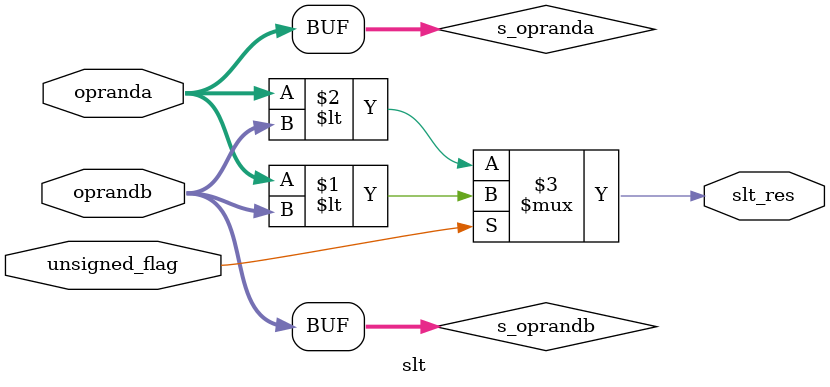
<source format=sv>
module slt(
  input [31:0] opranda,oprandb,
  input unsigned_flag,
  output slt_res
);
  wire signed [31:0] s_opranda, s_oprandb;
  assign s_opranda = opranda;
  assign s_oprandb = oprandb;
  assign slt_res = (unsigned_flag) ? (opranda < oprandb) : (s_opranda < s_oprandb);
  
endmodule

</source>
